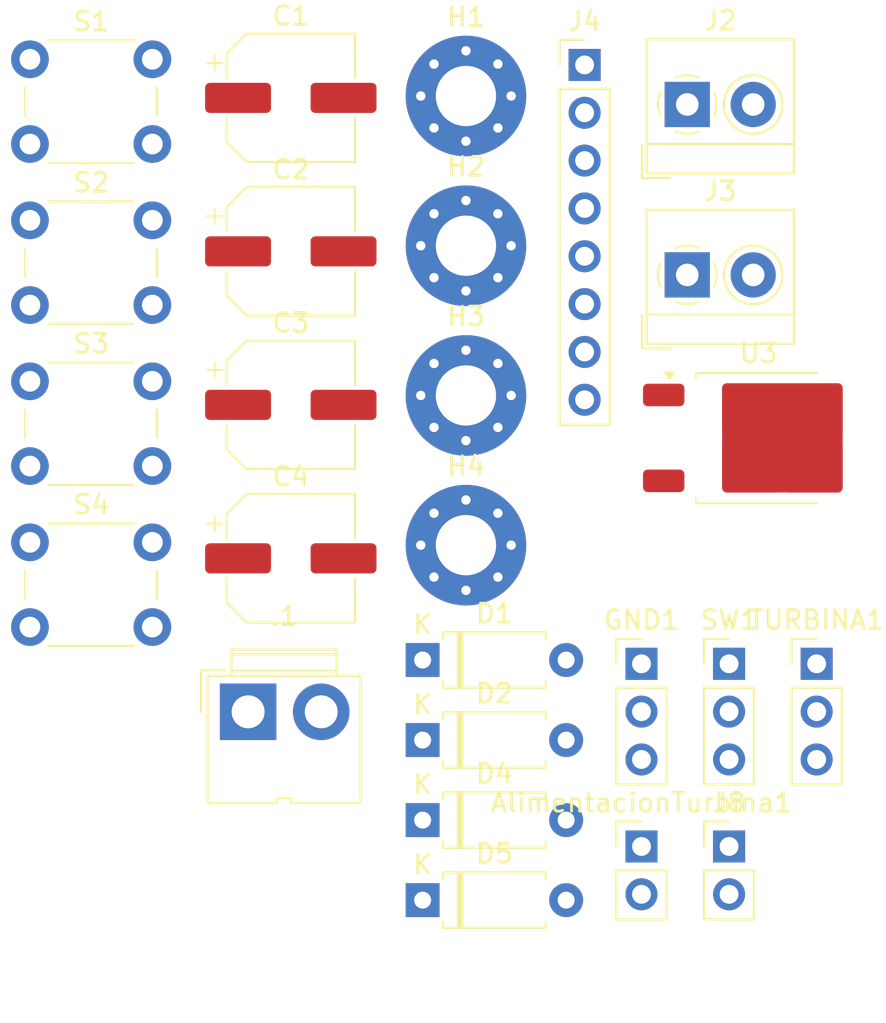
<source format=kicad_pcb>
(kicad_pcb (version 20240108) (generator "pcbnew") (generator_version "8.0")
  (layers (0 "F.Cu" signal) (31 "B.Cu" signal) (34 "B.Paste" user) (35 "F.Paste" user) (36 "B.SilkS" user "B.Silkscreen") (37 "F.SilkS" user "F.Silkscreen") (38 "B.Mask" user) (39 "F.Mask" user) (44 "Edge.Cuts" user))
  (net 0 "")
  (net 1 "GND")
  (net 2 "VIN M")
  (net 3 "VCC")
  (net 4 "+5V")
  (net 5 "VIN M2")
  (net 6 "Net-(D1-K)")
  (net 7 "Net-(D4-K)")
  (net 8 "SIGNAL")
  (net 9 "OUT A1")
  (net 10 "OUT A2")
  (net 11 "OUT B2")
  (net 12 "OUT B1")
  (net 13 "DigRead")
  (net 14 "B")
  (net 15 "C")
  (net 16 "D")
  (net 17 "A")
  (net 18 "analog")
  (net 19 "+7.5V")
  (net 20 "+3.3V")
  (net 21 "BTN 1")
  (net 22 "BTN 2")
  (net 23 "BTN 3")
  (net 24 "BTN 4")
  (net 27 "PWM T")
  (footprint "Diode_THT:D_A-405_P7.62mm_Horizontal" (layer "F.Cu") (at 44.11 58.97)
    (property "Reference" "D2" (at 3.81 -2.47 0) (layer "F.SilkS"))
    (property "Value" "D_Zener")
    (fp_line (start 1.09 -1.47) (end 6.53 -1.47) (stroke (width 0.12)) (layer "F.SilkS"))
    (fp_line (start 1.09 -1.14) (end 1.09 -1.47) (stroke (width 0.12)) (layer "F.SilkS"))
    (fp_line (start 1.09 1.14) (end 1.09 1.47) (stroke (width 0.12)) (layer "F.SilkS"))
    (fp_line (start 1.09 1.47) (end 6.53 1.47) (stroke (width 0.12)) (layer "F.SilkS"))
    (fp_line (start 1.87 -1.47) (end 1.87 1.47) (stroke (width 0.12)) (layer "F.SilkS"))
    (fp_line (start 1.99 -1.47) (end 1.99 1.47) (stroke (width 0.12)) (layer "F.SilkS"))
    (fp_line (start 2.11 -1.47) (end 2.11 1.47) (stroke (width 0.12)) (layer "F.SilkS"))
    (fp_line (start 6.53 -1.47) (end 6.53 -1.14) (stroke (width 0.12)) (layer "F.SilkS"))
    (fp_line (start 6.53 1.47) (end 6.53 1.14) (stroke (width 0.12)) (layer "F.SilkS"))
    (fp_text user "K" (at 0 -1.9 0) (layer "F.SilkS"))
    (pad "1" thru_hole rect (at 0 0) (size 1.8 1.8) (drill 0.9) (layers "*.Cu" "*.Mask") (net 6 "Net-(D1-K)"))
    (pad "2" thru_hole oval (at 7.62 0) (size 1.8 1.8) (drill 0.9) (layers "*.Cu" "*.Mask") (net 1 "GND"))
  )
  (footprint "Connector:JWT_A3963_1x02_P3.96mm_Vertical" (layer "F.Cu") (at 34.845 57.47)
    (property "Reference" ".1" (at 1.91 -5.08 0) (layer "F.SilkS"))
    (property "Value" "XT30PW-M")
    (fp_line (start -2.5 -2.2) (end -2.5 0) (stroke (width 0.12)) (layer "F.SilkS"))
    (fp_line (start -2.16 -1.91) (end -2.16 0) (stroke (width 0.12)) (layer "F.SilkS"))
    (fp_line (start -2.16 -1.91) (end 5.97 -1.91) (stroke (width 0.12)) (layer "F.SilkS"))
    (fp_line (start -2.16 0) (end -2.16 4.83) (stroke (width 0.12)) (layer "F.SilkS"))
    (fp_line (start -1.2 -2.2) (end -2.5 -2.2) (stroke (width 0.12)) (layer "F.SilkS"))
    (fp_line (start -0.89 -3.3) (end 4.7 -3.3) (stroke (width 0.12)) (layer "F.SilkS"))
    (fp_line (start -0.89 -3.05) (end 4.7 -3.05) (stroke (width 0.12)) (layer "F.SilkS"))
    (fp_line (start -0.89 -2.16) (end 4.7 -2.16) (stroke (width 0.12)) (layer "F.SilkS"))
    (fp_line (start -0.89 -1.91) (end -0.89 -3.3) (stroke (width 0.12)) (layer "F.SilkS"))
    (fp_line (start 1.52 4.57) (end 2.29 4.57) (stroke (width 0.12)) (layer "F.SilkS"))
    (fp_line (start 1.52 4.83) (end -2.16 4.83) (stroke (width 0.12)) (layer "F.SilkS"))
    (fp_line (start 1.52 4.83) (end 1.52 4.57) (stroke (width 0.12)) (layer "F.SilkS"))
    (fp_line (start 2.29 4.57) (end 2.29 4.83) (stroke (width 0.12)) (layer "F.SilkS"))
    (fp_line (start 2.29 4.83) (end 5.97 4.83) (stroke (width 0.12)) (layer "F.SilkS"))
    (fp_line (start 4.7 -1.91) (end 4.7 -3.3) (stroke (width 0.12)) (layer "F.SilkS"))
    (fp_line (start 5.97 -1.91) (end 5.97 0) (stroke (width 0.12)) (layer "F.SilkS"))
    (fp_line (start 5.97 4.83) (end 5.97 0) (stroke (width 0.12)) (layer "F.SilkS"))
    (pad "1" thru_hole rect (at 0 0) (size 3 3) (drill 1.75) (layers "*.Cu" "*.Mask"))
    (pad "2" thru_hole circle (at 3.88 0) (size 3 3) (drill 1.75) (layers "*.Cu" "*.Mask"))
  )
  (footprint "MountingHole:MountingHole_3.2mm_M3_Pad_Via" (layer "F.Cu") (at 46.41 40.67)
    (property "Reference" "H3" (at 0 -4.2 0) (layer "F.SilkS"))
    (property "Value" "MountingHole")
    (pad "1" thru_hole circle (at -2.4 0) (size 0.8 0.8) (drill 0.5) (layers "*.Cu" "*.Mask"))
    (pad "1" thru_hole circle (at -1.697056 -1.697056) (size 0.8 0.8) (drill 0.5) (layers "*.Cu" "*.Mask"))
    (pad "1" thru_hole circle (at -1.697056 1.697056) (size 0.8 0.8) (drill 0.5) (layers "*.Cu" "*.Mask"))
    (pad "1" thru_hole circle (at 0 -2.4) (size 0.8 0.8) (drill 0.5) (layers "*.Cu" "*.Mask"))
    (pad "1" thru_hole circle (at 0 0) (size 6.4 6.4) (drill 3.2) (layers "*.Cu" "*.Mask"))
    (pad "1" thru_hole circle (at 0 2.4) (size 0.8 0.8) (drill 0.5) (layers "*.Cu" "*.Mask"))
    (pad "1" thru_hole circle (at 1.697056 -1.697056) (size 0.8 0.8) (drill 0.5) (layers "*.Cu" "*.Mask"))
    (pad "1" thru_hole circle (at 1.697056 1.697056) (size 0.8 0.8) (drill 0.5) (layers "*.Cu" "*.Mask"))
    (pad "1" thru_hole circle (at 2.4 0) (size 0.8 0.8) (drill 0.5) (layers "*.Cu" "*.Mask"))
  )
  (footprint "MountingHole:MountingHole_3.2mm_M3_Pad_Via" (layer "F.Cu") (at 46.41 24.77)
    (property "Reference" "H1" (at 0 -4.2 0) (layer "F.SilkS"))
    (property "Value" "MountingHole")
    (pad "1" thru_hole circle (at -2.4 0) (size 0.8 0.8) (drill 0.5) (layers "*.Cu" "*.Mask"))
    (pad "1" thru_hole circle (at -1.697056 -1.697056) (size 0.8 0.8) (drill 0.5) (layers "*.Cu" "*.Mask"))
    (pad "1" thru_hole circle (at -1.697056 1.697056) (size 0.8 0.8) (drill 0.5) (layers "*.Cu" "*.Mask"))
    (pad "1" thru_hole circle (at 0 -2.4) (size 0.8 0.8) (drill 0.5) (layers "*.Cu" "*.Mask"))
    (pad "1" thru_hole circle (at 0 0) (size 6.4 6.4) (drill 3.2) (layers "*.Cu" "*.Mask"))
    (pad "1" thru_hole circle (at 0 2.4) (size 0.8 0.8) (drill 0.5) (layers "*.Cu" "*.Mask"))
    (pad "1" thru_hole circle (at 1.697056 -1.697056) (size 0.8 0.8) (drill 0.5) (layers "*.Cu" "*.Mask"))
    (pad "1" thru_hole circle (at 1.697056 1.697056) (size 0.8 0.8) (drill 0.5) (layers "*.Cu" "*.Mask"))
    (pad "1" thru_hole circle (at 2.4 0) (size 0.8 0.8) (drill 0.5) (layers "*.Cu" "*.Mask"))
  )
  (footprint "Connector_PinHeader_2.54mm:PinHeader_1x02_P2.54mm_Vertical" (layer "F.Cu") (at 55.73 64.62)
    (property "Reference" "AlimentacionTurbina1" (at 0 -2.33 0) (layer "F.SilkS"))
    (property "Value" "~")
    (fp_line (start -1.33 -1.33) (end 0 -1.33) (stroke (width 0.12)) (layer "F.SilkS"))
    (fp_line (start -1.33 0) (end -1.33 -1.33) (stroke (width 0.12)) (layer "F.SilkS"))
    (fp_line (start -1.33 1.27) (end -1.33 3.87) (stroke (width 0.12)) (layer "F.SilkS"))
    (fp_line (start -1.33 1.27) (end 1.33 1.27) (stroke (width 0.12)) (layer "F.SilkS"))
    (fp_line (start -1.33 3.87) (end 1.33 3.87) (stroke (width 0.12)) (layer "F.SilkS"))
    (fp_line (start 1.33 1.27) (end 1.33 3.87) (stroke (width 0.12)) (layer "F.SilkS"))
    (pad "1" thru_hole rect (at 0 0) (size 1.7 1.7) (drill 1) (layers "*.Cu" "*.Mask") (net 2 "VIN M"))
    (pad "2" thru_hole oval (at 0 2.54) (size 1.7 1.7) (drill 1) (layers "*.Cu" "*.Mask") (net 1 "GND"))
  )
  (footprint "Button_Switch_THT:SW_PUSH_6mm_H5mm" (layer "F.Cu") (at 23.26 31.37)
    (property "Reference" "S2" (at 3.25 -2 0) (layer "F.SilkS"))
    (property "Value" "GPTS203211B")
    (fp_line (start -0.25 1.5) (end -0.25 3) (stroke (width 0.12)) (layer "F.SilkS"))
    (fp_line (start 1 5.5) (end 5.5 5.5) (stroke (width 0.12)) (layer "F.SilkS"))
    (fp_line (start 5.5 -1) (end 1 -1) (stroke (width 0.12)) (layer "F.SilkS"))
    (fp_line (start 6.75 3) (end 6.75 1.5) (stroke (width 0.12)) (layer "F.SilkS"))
    (pad "1" thru_hole circle (at 0 0 90) (size 2 2) (drill 1.1) (layers "*.Cu" "*.Mask") (net 20 "+3.3V"))
    (pad "1" thru_hole circle (at 6.5 0 90) (size 2 2) (drill 1.1) (layers "*.Cu" "*.Mask") (net 20 "+3.3V"))
    (pad "2" thru_hole circle (at 0 4.5 90) (size 2 2) (drill 1.1) (layers "*.Cu" "*.Mask") (net 22 "BTN 2"))
    (pad "2" thru_hole circle (at 6.5 4.5 90) (size 2 2) (drill 1.1) (layers "*.Cu" "*.Mask") (net 22 "BTN 2"))
  )
  (footprint "Diode_THT:D_A-405_P7.62mm_Horizontal" (layer "F.Cu") (at 44.11 63.22)
    (property "Reference" "D4" (at 3.81 -2.47 0) (layer "F.SilkS"))
    (property "Value" "D_Zener")
    (fp_line (start 1.09 -1.47) (end 6.53 -1.47) (stroke (width 0.12)) (layer "F.SilkS"))
    (fp_line (start 1.09 -1.14) (end 1.09 -1.47) (stroke (width 0.12)) (layer "F.SilkS"))
    (fp_line (start 1.09 1.14) (end 1.09 1.47) (stroke (width 0.12)) (layer "F.SilkS"))
    (fp_line (start 1.09 1.47) (end 6.53 1.47) (stroke (width 0.12)) (layer "F.SilkS"))
    (fp_line (start 1.87 -1.47) (end 1.87 1.47) (stroke (width 0.12)) (layer "F.SilkS"))
    (fp_line (start 1.99 -1.47) (end 1.99 1.47) (stroke (width 0.12)) (layer "F.SilkS"))
    (fp_line (start 2.11 -1.47) (end 2.11 1.47) (stroke (width 0.12)) (layer "F.SilkS"))
    (fp_line (start 6.53 -1.47) (end 6.53 -1.14) (stroke (width 0.12)) (layer "F.SilkS"))
    (fp_line (start 6.53 1.47) (end 6.53 1.14) (stroke (width 0.12)) (layer "F.SilkS"))
    (fp_text user "K" (at 0 -1.9 0) (layer "F.SilkS"))
    (pad "1" thru_hole rect (at 0 0) (size 1.8 1.8) (drill 0.9) (layers "*.Cu" "*.Mask") (net 7 "Net-(D4-K)"))
    (pad "2" thru_hole oval (at 7.62 0) (size 1.8 1.8) (drill 0.9) (layers "*.Cu" "*.Mask") (net 5 "VIN M2"))
  )
  (footprint "Connector_PinHeader_2.54mm:PinHeader_1x03_P2.54mm_Vertical" (layer "F.Cu") (at 60.38 54.92)
    (property "Reference" "SW1" (at 0 -2.33 0) (layer "F.SilkS"))
    (property "Value" "SW_SPDT")
    (fp_line (start -1.33 -1.33) (end 0 -1.33) (stroke (width 0.12)) (layer "F.SilkS"))
    (fp_line (start -1.33 0) (end -1.33 -1.33) (stroke (width 0.12)) (layer "F.SilkS"))
    (fp_line (start -1.33 1.27) (end -1.33 6.41) (stroke (width 0.12)) (layer "F.SilkS"))
    (fp_line (start -1.33 1.27) (end 1.33 1.27) (stroke (width 0.12)) (layer "F.SilkS"))
    (fp_line (start -1.33 6.41) (end 1.33 6.41) (stroke (width 0.12)) (layer "F.SilkS"))
    (fp_line (start 1.33 1.27) (end 1.33 6.41) (stroke (width 0.12)) (layer "F.SilkS"))
    (pad "1" thru_hole rect (at 0 0) (size 1.7 1.7) (drill 1) (layers "*.Cu" "*.Mask"))
    (pad "2" thru_hole oval (at 0 2.54) (size 1.7 1.7) (drill 1) (layers "*.Cu" "*.Mask") (net 3 "VCC"))
    (pad "3" thru_hole oval (at 0 5.08) (size 1.7 1.7) (drill 1) (layers "*.Cu" "*.Mask"))
  )
  (footprint "Connector_PinHeader_2.54mm:PinHeader_1x02_P2.54mm_Vertical" (layer "F.Cu") (at 60.38 64.62)
    (property "Reference" "J8" (at 0 -2.33 0) (layer "F.SilkS"))
    (property "Value" "~")
    (fp_line (start -1.33 -1.33) (end 0 -1.33) (stroke (width 0.12)) (layer "F.SilkS"))
    (fp_line (start -1.33 0) (end -1.33 -1.33) (stroke (width 0.12)) (layer "F.SilkS"))
    (fp_line (start -1.33 1.27) (end -1.33 3.87) (stroke (width 0.12)) (layer "F.SilkS"))
    (fp_line (start -1.33 1.27) (end 1.33 1.27) (stroke (width 0.12)) (layer "F.SilkS"))
    (fp_line (start -1.33 3.87) (end 1.33 3.87) (stroke (width 0.12)) (layer "F.SilkS"))
    (fp_line (start 1.33 1.27) (end 1.33 3.87) (stroke (width 0.12)) (layer "F.SilkS"))
    (pad "1" thru_hole rect (at 0 0) (size 1.7 1.7) (drill 1) (layers "*.Cu" "*.Mask") (net 19 "+7.5V"))
    (pad "2" thru_hole oval (at 0 2.54) (size 1.7 1.7) (drill 1) (layers "*.Cu" "*.Mask") (net 1 "GND"))
  )
  (footprint "Diode_THT:D_A-405_P7.62mm_Horizontal" (layer "F.Cu") (at 44.11 54.72)
    (property "Reference" "D1" (at 3.81 -2.47 0) (layer "F.SilkS"))
    (property "Value" "D_Zener")
    (fp_line (start 1.09 -1.47) (end 6.53 -1.47) (stroke (width 0.12)) (layer "F.SilkS"))
    (fp_line (start 1.09 -1.14) (end 1.09 -1.47) (stroke (width 0.12)) (layer "F.SilkS"))
    (fp_line (start 1.09 1.14) (end 1.09 1.47) (stroke (width 0.12)) (layer "F.SilkS"))
    (fp_line (start 1.09 1.47) (end 6.53 1.47) (stroke (width 0.12)) (layer "F.SilkS"))
    (fp_line (start 1.87 -1.47) (end 1.87 1.47) (stroke (width 0.12)) (layer "F.SilkS"))
    (fp_line (start 1.99 -1.47) (end 1.99 1.47) (stroke (width 0.12)) (layer "F.SilkS"))
    (fp_line (start 2.11 -1.47) (end 2.11 1.47) (stroke (width 0.12)) (layer "F.SilkS"))
    (fp_line (start 6.53 -1.47) (end 6.53 -1.14) (stroke (width 0.12)) (layer "F.SilkS"))
    (fp_line (start 6.53 1.47) (end 6.53 1.14) (stroke (width 0.12)) (layer "F.SilkS"))
    (fp_text user "K" (at 0 -1.9 0) (layer "F.SilkS"))
    (pad "1" thru_hole rect (at 0 0) (size 1.8 1.8) (drill 0.9) (layers "*.Cu" "*.Mask") (net 6 "Net-(D1-K)"))
    (pad "2" thru_hole oval (at 7.62 0) (size 1.8 1.8) (drill 0.9) (layers "*.Cu" "*.Mask") (net 2 "VIN M"))
  )
  (footprint "TerminalBlock_4Ucon:TerminalBlock_4Ucon_1x02_P3.50mm_Horizontal" (layer "F.Cu") (at 58.16 34.27)
    (property "Reference" "J3" (at 1.75 -4.46 0) (layer "F.SilkS"))
    (property "Value" "MOTOR B")
    (fp_line (start -2.4 2.16) (end -2.4 3.9) (stroke (width 0.12)) (layer "F.SilkS"))
    (fp_line (start -2.4 3.9) (end -0.9 3.9) (stroke (width 0.12)) (layer "F.SilkS"))
    (fp_line (start -2.16 -3.46) (end -2.16 3.66) (stroke (width 0.12)) (layer "F.SilkS"))
    (fp_line (start -2.16 -3.46) (end 5.66 -3.46) (stroke (width 0.12)) (layer "F.SilkS"))
    (fp_line (start -2.16 2.1) (end 5.66 2.1) (stroke (width 0.12)) (layer "F.SilkS"))
    (fp_line (start -2.16 3.66) (end 5.66 3.66) (stroke (width 0.12)) (layer "F.SilkS"))
    (fp_line (start 5.66 -3.46) (end 5.66 3.66) (stroke (width 0.12)) (layer "F.SilkS"))
    (fp_arc (start -1.432109 0.607742) (mid -1.555727 -0.00014) (end -1.432 -0.608) (stroke (width 0.12)) (layer "F.SilkS"))
    (fp_arc (start -0.607742 -1.432109) (mid 0.00014 -1.555727) (end 0.608 -1.432) (stroke (width 0.12)) (layer "F.SilkS"))
    (fp_arc (start 0.027011 1.555493) (mid -0.296984 1.527118) (end -0.608 1.432) (stroke (width 0.12)) (layer "F.SilkS"))
    (fp_arc (start 0.607587 1.431385) (mid 0.310017 1.523783) (end 0 1.555) (stroke (width 0.12)) (layer "F.SilkS"))
    (fp_arc (start 1.432109 -0.607742) (mid 1.555727 0.00014) (end 1.432 0.608) (stroke (width 0.12)) (layer "F.SilkS"))
    (fp_circle (center 3.5 0) (end 5.055 0) (stroke (width 0.12)) (fill none) (layer "F.SilkS"))
    (pad "1" thru_hole rect (at 0 0) (size 2.4 2.4) (drill 1.2) (layers "*.Cu" "*.Mask") (net 12 "OUT B1"))
    (pad "2" thru_hole circle (at 3.5 0) (size 2.4 2.4) (drill 1.2) (layers "*.Cu" "*.Mask") (net 11 "OUT B2"))
  )
  (footprint "Diode_THT:D_A-405_P7.62mm_Horizontal" (layer "F.Cu") (at 44.11 67.47)
    (property "Reference" "D5" (at 3.81 -2.47 0) (layer "F.SilkS"))
    (property "Value" "D_Zener")
    (fp_line (start 1.09 -1.47) (end 6.53 -1.47) (stroke (width 0.12)) (layer "F.SilkS"))
    (fp_line (start 1.09 -1.14) (end 1.09 -1.47) (stroke (width 0.12)) (layer "F.SilkS"))
    (fp_line (start 1.09 1.14) (end 1.09 1.47) (stroke (width 0.12)) (layer "F.SilkS"))
    (fp_line (start 1.09 1.47) (end 6.53 1.47) (stroke (width 0.12)) (layer "F.SilkS"))
    (fp_line (start 1.87 -1.47) (end 1.87 1.47) (stroke (width 0.12)) (layer "F.SilkS"))
    (fp_line (start 1.99 -1.47) (end 1.99 1.47) (stroke (width 0.12)) (layer "F.SilkS"))
    (fp_line (start 2.11 -1.47) (end 2.11 1.47) (stroke (width 0.12)) (layer "F.SilkS"))
    (fp_line (start 6.53 -1.47) (end 6.53 -1.14) (stroke (width 0.12)) (layer "F.SilkS"))
    (fp_line (start 6.53 1.47) (end 6.53 1.14) (stroke (width 0.12)) (layer "F.SilkS"))
    (fp_text user "K" (at 0 -1.9 0) (layer "F.SilkS"))
    (pad "1" thru_hole rect (at 0 0) (size 1.8 1.8) (drill 0.9) (layers "*.Cu" "*.Mask") (net 7 "Net-(D4-K)"))
    (pad "2" thru_hole oval (at 7.62 0) (size 1.8 1.8) (drill 0.9) (layers "*.Cu" "*.Mask") (net 1 "GND"))
  )
  (footprint "TerminalBlock_4Ucon:TerminalBlock_4Ucon_1x02_P3.50mm_Horizontal" (layer "F.Cu") (at 58.16 25.22)
    (property "Reference" "J2" (at 1.75 -4.46 0) (layer "F.SilkS"))
    (property "Value" "MOTOR A")
    (fp_line (start -2.4 2.16) (end -2.4 3.9) (stroke (width 0.12)) (layer "F.SilkS"))
    (fp_line (start -2.4 3.9) (end -0.9 3.9) (stroke (width 0.12)) (layer "F.SilkS"))
    (fp_line (start -2.16 -3.46) (end -2.16 3.66) (stroke (width 0.12)) (layer "F.SilkS"))
    (fp_line (start -2.16 -3.46) (end 5.66 -3.46) (stroke (width 0.12)) (layer "F.SilkS"))
    (fp_line (start -2.16 2.1) (end 5.66 2.1) (stroke (width 0.12)) (layer "F.SilkS"))
    (fp_line (start -2.16 3.66) (end 5.66 3.66) (stroke (width 0.12)) (layer "F.SilkS"))
    (fp_line (start 5.66 -3.46) (end 5.66 3.66) (stroke (width 0.12)) (layer "F.SilkS"))
    (fp_arc (start -1.432109 0.607742) (mid -1.555727 -0.00014) (end -1.432 -0.608) (stroke (width 0.12)) (layer "F.SilkS"))
    (fp_arc (start -0.607742 -1.432109) (mid 0.00014 -1.555727) (end 0.608 -1.432) (stroke (width 0.12)) (layer "F.SilkS"))
    (fp_arc (start 0.027011 1.555493) (mid -0.296984 1.527118) (end -0.608 1.432) (stroke (width 0.12)) (layer "F.SilkS"))
    (fp_arc (start 0.607587 1.431385) (mid 0.310017 1.523783) (end 0 1.555) (stroke (width 0.12)) (layer "F.SilkS"))
    (fp_arc (start 1.432109 -0.607742) (mid 1.555727 0.00014) (end 1.432 0.608) (stroke (width 0.12)) (layer "F.SilkS"))
    (fp_circle (center 3.5 0) (end 5.055 0) (stroke (width 0.12)) (fill none) (layer "F.SilkS"))
    (pad "1" thru_hole rect (at 0 0) (size 2.4 2.4) (drill 1.2) (layers "*.Cu" "*.Mask") (net 9 "OUT A1"))
    (pad "2" thru_hole circle (at 3.5 0) (size 2.4 2.4) (drill 1.2) (layers "*.Cu" "*.Mask") (net 10 "OUT A2"))
  )
  (footprint "Button_Switch_THT:SW_PUSH_6mm_H5mm" (layer "F.Cu") (at 23.26 48.47)
    (property "Reference" "S4" (at 3.25 -2 0) (layer "F.SilkS"))
    (property "Value" "GPTS203211B")
    (fp_line (start -0.25 1.5) (end -0.25 3) (stroke (width 0.12)) (layer "F.SilkS"))
    (fp_line (start 1 5.5) (end 5.5 5.5) (stroke (width 0.12)) (layer "F.SilkS"))
    (fp_line (start 5.5 -1) (end 1 -1) (stroke (width 0.12)) (layer "F.SilkS"))
    (fp_line (start 6.75 3) (end 6.75 1.5) (stroke (width 0.12)) (layer "F.SilkS"))
    (pad "1" thru_hole circle (at 0 0 90) (size 2 2) (drill 1.1) (layers "*.Cu" "*.Mask") (net 20 "+3.3V"))
    (pad "1" thru_hole circle (at 6.5 0 90) (size 2 2) (drill 1.1) (layers "*.Cu" "*.Mask") (net 20 "+3.3V"))
    (pad "2" thru_hole circle (at 0 4.5 90) (size 2 2) (drill 1.1) (layers "*.Cu" "*.Mask") (net 24 "BTN 4"))
    (pad "2" thru_hole circle (at 6.5 4.5 90) (size 2 2) (drill 1.1) (layers "*.Cu" "*.Mask") (net 24 "BTN 4"))
  )
  (footprint "Connector_PinHeader_2.54mm:PinHeader_1x03_P2.54mm_Vertical" (layer "F.Cu") (at 65.03 54.92)
    (property "Reference" "TURBINA1" (at 0 -2.33 0) (layer "F.SilkS"))
    (property "Value" "turbina")
    (fp_line (start -1.33 -1.33) (end 0 -1.33) (stroke (width 0.12)) (layer "F.SilkS"))
    (fp_line (start -1.33 0) (end -1.33 -1.33) (stroke (width 0.12)) (layer "F.SilkS"))
    (fp_line (start -1.33 1.27) (end -1.33 6.41) (stroke (width 0.12)) (layer "F.SilkS"))
    (fp_line (start -1.33 1.27) (end 1.33 1.27) (stroke (width 0.12)) (layer "F.SilkS"))
    (fp_line (start -1.33 6.41) (end 1.33 6.41) (stroke (width 0.12)) (layer "F.SilkS"))
    (fp_line (start 1.33 1.27) (end 1.33 6.41) (stroke (width 0.12)) (layer "F.SilkS"))
    (pad "1" thru_hole rect (at 0 0) (size 1.7 1.7) (drill 1) (layers "*.Cu" "*.Mask") (net 1 "GND"))
    (pad "2" thru_hole oval (at 0 2.54) (size 1.7 1.7) (drill 1) (layers "*.Cu" "*.Mask") (net 3 "VCC"))
    (pad "3" thru_hole oval (at 0 5.08) (size 1.7 1.7) (drill 1) (layers "*.Cu" "*.Mask") (net 27 "PWM T"))
  )
  (footprint "Connector_PinHeader_2.54mm:PinHeader_1x08_P2.54mm_Vertical" (layer "F.Cu") (at 52.71 23.12)
    (property "Reference" "J4" (at 0 -2.33 0) (layer "F.SilkS"))
    (property "Value" "Conn_01x08")
    (fp_line (start -1.33 -1.33) (end 0 -1.33) (stroke (width 0.12)) (layer "F.SilkS"))
    (fp_line (start -1.33 0) (end -1.33 -1.33) (stroke (width 0.12)) (layer "F.SilkS"))
    (fp_line (start -1.33 1.27) (end -1.33 19.11) (stroke (width 0.12)) (layer "F.SilkS"))
    (fp_line (start -1.33 1.27) (end 1.33 1.27) (stroke (width 0.12)) (layer "F.SilkS"))
    (fp_line (start -1.33 19.11) (end 1.33 19.11) (stroke (width 0.12)) (layer "F.SilkS"))
    (fp_line (start 1.33 1.27) (end 1.33 19.11) (stroke (width 0.12)) (layer "F.SilkS"))
    (pad "1" thru_hole rect (at 0 0) (size 1.7 1.7) (drill 1) (layers "*.Cu" "*.Mask") (net 16 "D"))
    (pad "2" thru_hole oval (at 0 2.54) (size 1.7 1.7) (drill 1) (layers "*.Cu" "*.Mask") (net 15 "C"))
    (pad "3" thru_hole oval (at 0 5.08) (size 1.7 1.7) (drill 1) (layers "*.Cu" "*.Mask") (net 14 "B"))
    (pad "4" thru_hole oval (at 0 7.62) (size 1.7 1.7) (drill 1) (layers "*.Cu" "*.Mask") (net 17 "A"))
    (pad "5" thru_hole oval (at 0 10.16) (size 1.7 1.7) (drill 1) (layers "*.Cu" "*.Mask") (net 13 "DigRead"))
    (pad "6" thru_hole oval (at 0 12.7) (size 1.7 1.7) (drill 1) (layers "*.Cu" "*.Mask") (net 18 "analog"))
    (pad "7" thru_hole oval (at 0 15.24) (size 1.7 1.7) (drill 1) (layers "*.Cu" "*.Mask") (net 1 "GND"))
    (pad "8" thru_hole oval (at 0 17.78) (size 1.7 1.7) (drill 1) (layers "*.Cu" "*.Mask") (net 4 "+5V"))
  )
  (footprint "MountingHole:MountingHole_3.2mm_M3_Pad_Via" (layer "F.Cu") (at 46.41 32.72)
    (property "Reference" "H2" (at 0 -4.2 0) (layer "F.SilkS"))
    (property "Value" "MountingHole")
    (pad "1" thru_hole circle (at -2.4 0) (size 0.8 0.8) (drill 0.5) (layers "*.Cu" "*.Mask"))
    (pad "1" thru_hole circle (at -1.697056 -1.697056) (size 0.8 0.8) (drill 0.5) (layers "*.Cu" "*.Mask"))
    (pad "1" thru_hole circle (at -1.697056 1.697056) (size 0.8 0.8) (drill 0.5) (layers "*.Cu" "*.Mask"))
    (pad "1" thru_hole circle (at 0 -2.4) (size 0.8 0.8) (drill 0.5) (layers "*.Cu" "*.Mask"))
    (pad "1" thru_hole circle (at 0 0) (size 6.4 6.4) (drill 3.2) (layers "*.Cu" "*.Mask"))
    (pad "1" thru_hole circle (at 0 2.4) (size 0.8 0.8) (drill 0.5) (layers "*.Cu" "*.Mask"))
    (pad "1" thru_hole circle (at 1.697056 -1.697056) (size 0.8 0.8) (drill 0.5) (layers "*.Cu" "*.Mask"))
    (pad "1" thru_hole circle (at 1.697056 1.697056) (size 0.8 0.8) (drill 0.5) (layers "*.Cu" "*.Mask"))
    (pad "1" thru_hole circle (at 2.4 0) (size 0.8 0.8) (drill 0.5) (layers "*.Cu" "*.Mask"))
  )
  (footprint "MountingHole:MountingHole_3.2mm_M3_Pad_Via" (layer "F.Cu") (at 46.41 48.62)
    (property "Reference" "H4" (at 0 -4.2 0) (layer "F.SilkS"))
    (property "Value" "MountingHole")
    (pad "1" thru_hole circle (at -2.4 0) (size 0.8 0.8) (drill 0.5) (layers "*.Cu" "*.Mask"))
    (pad "1" thru_hole circle (at -1.697056 -1.697056) (size 0.8 0.8) (drill 0.5) (layers "*.Cu" "*.Mask"))
    (pad "1" thru_hole circle (at -1.697056 1.697056) (size 0.8 0.8) (drill 0.5) (layers "*.Cu" "*.Mask"))
    (pad "1" thru_hole circle (at 0 -2.4) (size 0.8 0.8) (drill 0.5) (layers "*.Cu" "*.Mask"))
    (pad "1" thru_hole circle (at 0 0) (size 6.4 6.4) (drill 3.2) (layers "*.Cu" "*.Mask"))
    (pad "1" thru_hole circle (at 0 2.4) (size 0.8 0.8) (drill 0.5) (layers "*.Cu" "*.Mask"))
    (pad "1" thru_hole circle (at 1.697056 -1.697056) (size 0.8 0.8) (drill 0.5) (layers "*.Cu" "*.Mask"))
    (pad "1" thru_hole circle (at 1.697056 1.697056) (size 0.8 0.8) (drill 0.5) (layers "*.Cu" "*.Mask"))
    (pad "1" thru_hole circle (at 2.4 0) (size 0.8 0.8) (drill 0.5) (layers "*.Cu" "*.Mask"))
  )
  (footprint "Connector_PinHeader_2.54mm:PinHeader_1x03_P2.54mm_Vertical" (layer "F.Cu") (at 55.73 54.92)
    (property "Reference" "GND1" (at 0 -2.33 0) (layer "F.SilkS"))
    (property "Value" "+5V")
    (fp_line (start -1.33 -1.33) (end 0 -1.33) (stroke (width 0.12)) (layer "F.SilkS"))
    (fp_line (start -1.33 0) (end -1.33 -1.33) (stroke (width 0.12)) (layer "F.SilkS"))
    (fp_line (start -1.33 1.27) (end -1.33 6.41) (stroke (width 0.12)) (layer "F.SilkS"))
    (fp_line (start -1.33 1.27) (end 1.33 1.27) (stroke (width 0.12)) (layer "F.SilkS"))
    (fp_line (start -1.33 6.41) (end 1.33 6.41) (stroke (width 0.12)) (layer "F.SilkS"))
    (fp_line (start 1.33 1.27) (end 1.33 6.41) (stroke (width 0.12)) (layer "F.SilkS"))
    (pad "1" thru_hole rect (at 0 0) (size 1.7 1.7) (drill 1) (layers "*.Cu" "*.Mask") (net 8 "SIGNAL"))
    (pad "2" thru_hole oval (at 0 2.54) (size 1.7 1.7) (drill 1) (layers "*.Cu" "*.Mask") (net 1 "GND"))
    (pad "3" thru_hole oval (at 0 5.08) (size 1.7 1.7) (drill 1) (layers "*.Cu" "*.Mask") (net 3 "VCC"))
  )
  (footprint "Capacitor_SMD:CP_Elec_6.3x5.9" (layer "F.Cu") (at 37.11 49.32)
    (property "Reference" "C4" (at 0 -4.35 0) (layer "F.SilkS"))
    (property "Value" "100 μF ")
    (fp_line (start -4.4375 -1.8475) (end -3.65 -1.8475) (stroke (width 0.12)) (layer "F.SilkS"))
    (fp_line (start -4.04375 -2.24125) (end -4.04375 -1.45375) (stroke (width 0.12)) (layer "F.SilkS"))
    (fp_line (start -3.41 -2.345563) (end -3.41 -1.06) (stroke (width 0.12)) (layer "F.SilkS"))
    (fp_line (start -3.41 -2.345563) (end -2.345563 -3.41) (stroke (width 0.12)) (layer "F.SilkS"))
    (fp_line (start -3.41 2.345563) (end -3.41 1.06) (stroke (width 0.12)) (layer "F.SilkS"))
    (fp_line (start -3.41 2.345563) (end -2.345563 3.41) (stroke (width 0.12)) (layer "F.SilkS"))
    (fp_line (start -2.345563 -3.41) (end 3.41 -3.41) (stroke (width 0.12)) (layer "F.SilkS"))
    (fp_line (start -2.345563 3.41) (end 3.41 3.41) (stroke (width 0.12)) (layer "F.SilkS"))
    (fp_line (start 3.41 -3.41) (end 3.41 -1.06) (stroke (width 0.12)) (layer "F.SilkS"))
    (fp_line (start 3.41 3.41) (end 3.41 1.06) (stroke (width 0.12)) (layer "F.SilkS"))
    (pad "1" smd roundrect (at -2.8 0) (size 3.5 1.6) (layers "F.Cu" "F.Paste" "F.Mask") (roundrect_rratio 0.15625) (net 5 "VIN M2"))
    (pad "2" smd roundrect (at 2.8 0) (size 3.5 1.6) (layers "F.Cu" "F.Paste" "F.Mask") (roundrect_rratio 0.15625) (net 1 "GND"))
  )
  (footprint "Capacitor_SMD:CP_Elec_6.3x5.9" (layer "F.Cu") (at 37.11 24.87)
    (property "Reference" "C1" (at 0 -4.35 0) (layer "F.SilkS"))
    (property "Value" "100 μF ")
    (fp_line (start -4.4375 -1.8475) (end -3.65 -1.8475) (stroke (width 0.12)) (layer "F.SilkS"))
    (fp_line (start -4.04375 -2.24125) (end -4.04375 -1.45375) (stroke (width 0.12)) (layer "F.SilkS"))
    (fp_line (start -3.41 -2.345563) (end -3.41 -1.06) (stroke (width 0.12)) (layer "F.SilkS"))
    (fp_line (start -3.41 -2.345563) (end -2.345563 -3.41) (stroke (width 0.12)) (layer "F.SilkS"))
    (fp_line (start -3.41 2.345563) (end -3.41 1.06) (stroke (width 0.12)) (layer "F.SilkS"))
    (fp_line (start -3.41 2.345563) (end -2.345563 3.41) (stroke (width 0.12)) (layer "F.SilkS"))
    (fp_line (start -2.345563 -3.41) (end 3.41 -3.41) (stroke (width 0.12)) (layer "F.SilkS"))
    (fp_line (start -2.345563 3.41) (end 3.41 3.41) (stroke (width 0.12)) (layer "F.SilkS"))
    (fp_line (start 3.41 -3.41) (end 3.41 -1.06) (stroke (width 0.12)) (layer "F.SilkS"))
    (fp_line (start 3.41 3.41) (end 3.41 1.06) (stroke (width 0.12)) (layer "F.SilkS"))
    (pad "1" smd roundrect (at -2.8 0) (size 3.5 1.6) (layers "F.Cu" "F.Paste" "F.Mask") (roundrect_rratio 0.15625) (net 2 "VIN M"))
    (pad "2" smd roundrect (at 2.8 0) (size 3.5 1.6) (layers "F.Cu" "F.Paste" "F.Mask") (roundrect_rratio 0.15625) (net 1 "GND"))
  )
  (footprint "Button_Switch_THT:SW_PUSH_6mm_H5mm" (layer "F.Cu") (at 23.26 22.82)
    (property "Reference" "S1" (at 3.25 -2 0) (layer "F.SilkS"))
    (property "Value" "GPTS203211B")
    (fp_line (start -0.25 1.5) (end -0.25 3) (stroke (width 0.12)) (layer "F.SilkS"))
    (fp_line (start 1 5.5) (end 5.5 5.5) (stroke (width 0.12)) (layer "F.SilkS"))
    (fp_line (start 5.5 -1) (end 1 -1) (stroke (width 0.12)) (layer "F.SilkS"))
    (fp_line (start 6.75 3) (end 6.75 1.5) (stroke (width 0.12)) (layer "F.SilkS"))
    (pad "1" thru_hole circle (at 0 0 90) (size 2 2) (drill 1.1) (layers "*.Cu" "*.Mask") (net 20 "+3.3V"))
    (pad "1" thru_hole circle (at 6.5 0 90) (size 2 2) (drill 1.1) (layers "*.Cu" "*.Mask") (net 20 "+3.3V"))
    (pad "2" thru_hole circle (at 0 4.5 90) (size 2 2) (drill 1.1) (layers "*.Cu" "*.Mask") (net 21 "BTN 1"))
    (pad "2" thru_hole circle (at 6.5 4.5 90) (size 2 2) (drill 1.1) (layers "*.Cu" "*.Mask") (net 21 "BTN 1"))
  )
  (footprint "Package_TO_SOT_SMD:TO-252-2" (layer "F.Cu") (at 61.95 42.925)
    (property "Reference" "U3" (at 0 -4.5 0) (layer "F.SilkS"))
    (property "Value" "LM7805")
    (fp_line (start -3.31 -3.45) (end -3.31 -3.18) (stroke (width 0.12)) (layer "F.SilkS"))
    (fp_line (start -3.31 3.45) (end -3.31 3.18) (stroke (width 0.12)) (layer "F.SilkS"))
    (fp_line (start 3.11 -3.45) (end -3.31 -3.45) (stroke (width 0.12)) (layer "F.SilkS"))
    (fp_line (start 3.11 3.45) (end -3.31 3.45) (stroke (width 0.12)) (layer "F.SilkS"))
    (fp_poly (pts (xy -4.73 -3.14) (xy -4.97 -3.47) (xy -4.49 -3.47) (xy -4.73 -3.14)) (stroke (width 0.12)) (fill solid) (layer "F.SilkS"))
    (pad "1" smd roundrect (at -5.04 -2.28) (size 2.2 1.2) (layers "F.Cu" "F.Paste" "F.Mask") (roundrect_rratio 0.208333) (net 3 "VCC"))
    (pad "2" smd roundrect (at -0.415 -1.525) (size 3.05 2.75) (layers "F.Cu" "F.Paste") (roundrect_rratio 0.090909) (net 1 "GND"))
    (pad "2" smd roundrect (at -0.415 1.525) (size 3.05 2.75) (layers "F.Cu" "F.Paste") (roundrect_rratio 0.090909) (net 1 "GND"))
    (pad "2" smd roundrect (at 1.26 0) (size 6.4 5.8) (layers "F.Cu" "F.Mask") (roundrect_rratio 0.043103) (net 1 "GND"))
    (pad "2" smd roundrect (at 2.935 -1.525) (size 3.05 2.75) (layers "F.Cu" "F.Paste") (roundrect_rratio 0.090909) (net 1 "GND"))
    (pad "2" smd roundrect (at 2.935 1.525) (size 3.05 2.75) (layers "F.Cu" "F.Paste") (roundrect_rratio 0.090909) (net 1 "GND"))
    (pad "3" smd roundrect (at -5.04 2.28) (size 2.2 1.2) (layers "F.Cu" "F.Paste" "F.Mask") (roundrect_rratio 0.208333) (net 4 "+5V"))
  )
  (footprint "Capacitor_SMD:CP_Elec_6.3x5.9" (layer "F.Cu") (at 37.11 33.02)
    (property "Reference" "C2" (at 0 -4.35 0) (layer "F.SilkS"))
    (property "Value" "0.33  ")
    (fp_line (start -4.4375 -1.8475) (end -3.65 -1.8475) (stroke (width 0.12)) (layer "F.SilkS"))
    (fp_line (start -4.04375 -2.24125) (end -4.04375 -1.45375) (stroke (width 0.12)) (layer "F.SilkS"))
    (fp_line (start -3.41 -2.345563) (end -3.41 -1.06) (stroke (width 0.12)) (layer "F.SilkS"))
    (fp_line (start -3.41 -2.345563) (end -2.345563 -3.41) (stroke (width 0.12)) (layer "F.SilkS"))
    (fp_line (start -3.41 2.345563) (end -3.41 1.06) (stroke (width 0.12)) (layer "F.SilkS"))
    (fp_line (start -3.41 2.345563) (end -2.345563 3.41) (stroke (width 0.12)) (layer "F.SilkS"))
    (fp_line (start -2.345563 -3.41) (end 3.41 -3.41) (stroke (width 0.12)) (layer "F.SilkS"))
    (fp_line (start -2.345563 3.41) (end 3.41 3.41) (stroke (width 0.12)) (layer "F.SilkS"))
    (fp_line (start 3.41 -3.41) (end 3.41 -1.06) (stroke (width 0.12)) (layer "F.SilkS"))
    (fp_line (start 3.41 3.41) (end 3.41 1.06) (stroke (width 0.12)) (layer "F.SilkS"))
    (pad "1" smd roundrect (at -2.8 0) (size 3.5 1.6) (layers "F.Cu" "F.Paste" "F.Mask") (roundrect_rratio 0.15625) (net 3 "VCC"))
    (pad "2" smd roundrect (at 2.8 0) (size 3.5 1.6) (layers "F.Cu" "F.Paste" "F.Mask") (roundrect_rratio 0.15625) (net 1 "GND"))
  )
  (footprint "Capacitor_SMD:CP_Elec_6.3x5.9" (layer "F.Cu") (at 37.11 41.17)
    (property "Reference" "C3" (at 0 -4.35 0) (layer "F.SilkS"))
    (property "Value" "0.1 ")
    (fp_line (start -4.4375 -1.8475) (end -3.65 -1.8475) (stroke (width 0.12)) (layer "F.SilkS"))
    (fp_line (start -4.04375 -2.24125) (end -4.04375 -1.45375) (stroke (width 0.12)) (layer "F.SilkS"))
    (fp_line (start -3.41 -2.345563) (end -3.41 -1.06) (stroke (width 0.12)) (layer "F.SilkS"))
    (fp_line (start -3.41 -2.345563) (end -2.345563 -3.41) (stroke (width 0.12)) (layer "F.SilkS"))
    (fp_line (start -3.41 2.345563) (end -3.41 1.06) (stroke (width 0.12)) (layer "F.SilkS"))
    (fp_line (start -3.41 2.345563) (end -2.345563 3.41) (stroke (width 0.12)) (layer "F.SilkS"))
    (fp_line (start -2.345563 -3.41) (end 3.41 -3.41) (stroke (width 0.12)) (layer "F.SilkS"))
    (fp_line (start -2.345563 3.41) (end 3.41 3.41) (stroke (width 0.12)) (layer "F.SilkS"))
    (fp_line (start 3.41 -3.41) (end 3.41 -1.06) (stroke (width 0.12)) (layer "F.SilkS"))
    (fp_line (start 3.41 3.41) (end 3.41 1.06) (stroke (width 0.12)) (layer "F.SilkS"))
    (pad "1" smd roundrect (at -2.8 0) (size 3.5 1.6) (layers "F.Cu" "F.Paste" "F.Mask") (roundrect_rratio 0.15625) (net 4 "+5V"))
    (pad "2" smd roundrect (at 2.8 0) (size 3.5 1.6) (layers "F.Cu" "F.Paste" "F.Mask") (roundrect_rratio 0.15625) (net 1 "GND"))
  )
  (footprint "Button_Switch_THT:SW_PUSH_6mm_H5mm" (layer "F.Cu") (at 23.26 39.92)
    (property "Reference" "S3" (at 3.25 -2 0) (layer "F.SilkS"))
    (property "Value" "GPTS203211B")
    (fp_line (start -0.25 1.5) (end -0.25 3) (stroke (width 0.12)) (layer "F.SilkS"))
    (fp_line (start 1 5.5) (end 5.5 5.5) (stroke (width 0.12)) (layer "F.SilkS"))
    (fp_line (start 5.5 -1) (end 1 -1) (stroke (width 0.12)) (layer "F.SilkS"))
    (fp_line (start 6.75 3) (end 6.75 1.5) (stroke (width 0.12)) (layer "F.SilkS"))
    (pad "1" thru_hole circle (at 0 0 90) (size 2 2) (drill 1.1) (layers "*.Cu" "*.Mask") (net 20 "+3.3V"))
    (pad "1" thru_hole circle (at 6.5 0 90) (size 2 2) (drill 1.1) (layers "*.Cu" "*.Mask") (net 20 "+3.3V"))
    (pad "2" thru_hole circle (at 0 4.5 90) (size 2 2) (drill 1.1) (layers "*.Cu" "*.Mask") (net 23 "BTN 3"))
    (pad "2" thru_hole circle (at 6.5 4.5 90) (size 2 2) (drill 1.1) (layers "*.Cu" "*.Mask") (net 23 "BTN 3"))
  )
)
</source>
